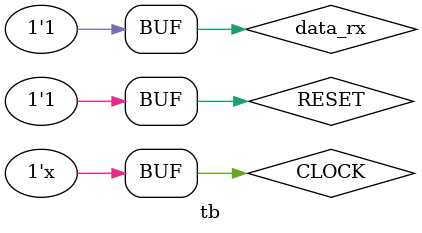
<source format=v>
`timescale 1ns / 1ps


module tb();
    reg CLOCK;
    reg RESET;
    reg data_rx;
    wire [7:0] data_tx;
    wire CS;
    wire WR1;
    wire ILE;
    wire [7:0] DA_DATA;
 
    
    DDS_sun UU(
        .CLOCK(CLOCK),
        .RESET(RESET),
        .data_rx(data_rx),
        .data_tx(data_tx),
        .WR1(WR1),
        .CS(CS),
        .ILE(ILE),
        .DA_DATA(DA_DATA)
    );
    
    always #5 CLOCK = ~CLOCK;
    initial begin
        CLOCK = 0;
        RESET = 0;
        data_rx = 0;
        #20
        RESET = 1;
        data_rx = 1;
        #104160;
        RESET = 1;
        data_rx = 0;
        #104160;
        RESET = 1;
        data_rx = 1;
        #104160;
        RESET = 1;
        data_rx = 1;
        #104160;
        RESET = 1;
        data_rx = 0;
        #104160;
        RESET = 1;
        data_rx = 1;
        #104160;
        RESET = 1;
        data_rx = 0;
        #104160;
        RESET = 1;
        data_rx = 0;
        #104160;
        RESET = 1;
        data_rx = 1;
        #104160;
        RESET = 1;
        data_rx = 1;
        #104160;
        RESET = 1;
        data_rx = 0;
        #104160;
        RESET = 1;
        data_rx = 1;
        #104160;
        RESET = 1;
        data_rx = 1;
        #10416000;
        
        #20
        RESET = 1;
        data_rx = 1;
        #104160;
        RESET = 1;
        data_rx = 0;
        #104160;
        RESET = 1;
        data_rx = 0;
        #104160;
        RESET = 1;
        data_rx = 0;
        #104160;
        RESET = 1;
        data_rx = 0;
        #104160;
        RESET = 1;
        data_rx = 1;
        #104160;
        RESET = 1;
        data_rx = 1;
        #104160;
        RESET = 1;
        data_rx = 1;
        #104160;
        RESET = 1;
        data_rx = 1;
        #104160;
        RESET = 1;
        data_rx = 1;
        #104160;
        RESET = 1;
        data_rx = 0;
        #104160;
        RESET = 1;
        data_rx = 1;
        #104160;
        RESET = 1;
        data_rx = 1;
        #10416000;

        #20
        RESET = 1;
        data_rx = 1;
        #104160;
        RESET = 1;
        data_rx = 0;
        #104160;
        RESET = 1;
        data_rx = 0;
        #104160;
        RESET = 1;
        data_rx = 1;
        #104160;
        RESET = 1;
        data_rx = 0;
        #104160;
        RESET = 1;
        data_rx = 1;
        #104160;
        RESET = 1;
        data_rx = 0;
        #104160;
        RESET = 1;
        data_rx = 1;
        #104160;
        RESET = 1;
        data_rx = 1;
        #104160;
        RESET = 1;
        data_rx = 1;
        #104160;
        RESET = 1;
        data_rx = 0;
        #104160;
        RESET = 1;
        data_rx = 1;
        #104160;
        RESET = 1;
        data_rx = 1;
        #10416000;


        #20
        RESET = 1;
        data_rx = 1;
        #104160;
        RESET = 1;
        data_rx = 0;
        #104160;
        RESET = 1;
        data_rx = 1;
        #104160;
        RESET = 1;
        data_rx = 0;
        #104160;
        RESET = 1;
        data_rx = 0;
        #104160;
        RESET = 1;
        data_rx = 1;
        #104160;
        RESET = 1;
        data_rx = 1;
        #104160;
        RESET = 1;
        data_rx = 0;
        #104160;
        RESET = 1;
        data_rx = 1;
        #104160;
        RESET = 1;
        data_rx = 1;
        #104160;
        RESET = 1;
        data_rx = 0;
        #104160;
        RESET = 1;
        data_rx = 1;
        #104160;
        RESET = 1;
        data_rx = 1;

    end

endmodule

</source>
